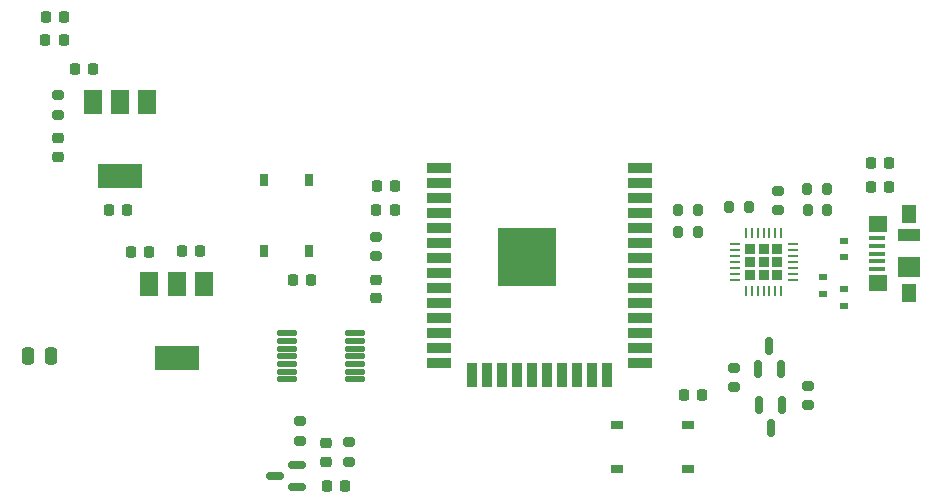
<source format=gbr>
%TF.GenerationSoftware,KiCad,Pcbnew,(6.0.0)*%
%TF.CreationDate,2022-03-31T09:21:52+03:00*%
%TF.ProjectId,FirePrevention,46697265-5072-4657-9665-6e74696f6e2e,rev?*%
%TF.SameCoordinates,Original*%
%TF.FileFunction,Paste,Top*%
%TF.FilePolarity,Positive*%
%FSLAX46Y46*%
G04 Gerber Fmt 4.6, Leading zero omitted, Abs format (unit mm)*
G04 Created by KiCad (PCBNEW (6.0.0)) date 2022-03-31 09:21:52*
%MOMM*%
%LPD*%
G01*
G04 APERTURE LIST*
G04 Aperture macros list*
%AMRoundRect*
0 Rectangle with rounded corners*
0 $1 Rounding radius*
0 $2 $3 $4 $5 $6 $7 $8 $9 X,Y pos of 4 corners*
0 Add a 4 corners polygon primitive as box body*
4,1,4,$2,$3,$4,$5,$6,$7,$8,$9,$2,$3,0*
0 Add four circle primitives for the rounded corners*
1,1,$1+$1,$2,$3*
1,1,$1+$1,$4,$5*
1,1,$1+$1,$6,$7*
1,1,$1+$1,$8,$9*
0 Add four rect primitives between the rounded corners*
20,1,$1+$1,$2,$3,$4,$5,0*
20,1,$1+$1,$4,$5,$6,$7,0*
20,1,$1+$1,$6,$7,$8,$9,0*
20,1,$1+$1,$8,$9,$2,$3,0*%
G04 Aperture macros list end*
%ADD10R,2.000000X0.900000*%
%ADD11R,0.900000X2.000000*%
%ADD12R,5.000000X5.000000*%
%ADD13RoundRect,0.225000X0.225000X0.250000X-0.225000X0.250000X-0.225000X-0.250000X0.225000X-0.250000X0*%
%ADD14RoundRect,0.218750X0.256250X-0.218750X0.256250X0.218750X-0.256250X0.218750X-0.256250X-0.218750X0*%
%ADD15RoundRect,0.200000X-0.200000X-0.275000X0.200000X-0.275000X0.200000X0.275000X-0.200000X0.275000X0*%
%ADD16RoundRect,0.225000X0.225000X0.225000X-0.225000X0.225000X-0.225000X-0.225000X0.225000X-0.225000X0*%
%ADD17RoundRect,0.062500X0.337500X0.062500X-0.337500X0.062500X-0.337500X-0.062500X0.337500X-0.062500X0*%
%ADD18RoundRect,0.062500X0.062500X0.337500X-0.062500X0.337500X-0.062500X-0.337500X0.062500X-0.337500X0*%
%ADD19RoundRect,0.225000X-0.225000X-0.250000X0.225000X-0.250000X0.225000X0.250000X-0.225000X0.250000X0*%
%ADD20R,0.750000X1.000000*%
%ADD21RoundRect,0.200000X0.200000X0.275000X-0.200000X0.275000X-0.200000X-0.275000X0.200000X-0.275000X0*%
%ADD22R,1.380000X0.450000*%
%ADD23R,1.300000X1.650000*%
%ADD24R,1.550000X1.425000*%
%ADD25R,1.900000X1.000000*%
%ADD26R,1.900000X1.800000*%
%ADD27R,0.700000X0.600000*%
%ADD28RoundRect,0.150000X0.587500X0.150000X-0.587500X0.150000X-0.587500X-0.150000X0.587500X-0.150000X0*%
%ADD29RoundRect,0.200000X0.275000X-0.200000X0.275000X0.200000X-0.275000X0.200000X-0.275000X-0.200000X0*%
%ADD30RoundRect,0.200000X-0.275000X0.200000X-0.275000X-0.200000X0.275000X-0.200000X0.275000X0.200000X0*%
%ADD31RoundRect,0.150000X0.150000X-0.587500X0.150000X0.587500X-0.150000X0.587500X-0.150000X-0.587500X0*%
%ADD32R,1.500000X2.000000*%
%ADD33R,3.800000X2.000000*%
%ADD34RoundRect,0.150000X-0.150000X0.587500X-0.150000X-0.587500X0.150000X-0.587500X0.150000X0.587500X0*%
%ADD35RoundRect,0.225000X-0.250000X0.225000X-0.250000X-0.225000X0.250000X-0.225000X0.250000X0.225000X0*%
%ADD36R,1.000000X0.750000*%
%ADD37RoundRect,0.218750X0.218750X0.256250X-0.218750X0.256250X-0.218750X-0.256250X0.218750X-0.256250X0*%
%ADD38RoundRect,0.020500X0.764500X0.184500X-0.764500X0.184500X-0.764500X-0.184500X0.764500X-0.184500X0*%
%ADD39RoundRect,0.250000X0.250000X0.475000X-0.250000X0.475000X-0.250000X-0.475000X0.250000X-0.475000X0*%
G04 APERTURE END LIST*
D10*
%TO.C,U4*%
X156500000Y-81295000D03*
X156500000Y-82565000D03*
X156500000Y-83835000D03*
X156500000Y-85105000D03*
X156500000Y-86375000D03*
X156500000Y-87645000D03*
X156500000Y-88915000D03*
X156500000Y-90185000D03*
X156500000Y-91455000D03*
X156500000Y-92725000D03*
X156500000Y-93995000D03*
X156500000Y-95265000D03*
X156500000Y-96535000D03*
X156500000Y-97805000D03*
D11*
X159285000Y-98805000D03*
X160555000Y-98805000D03*
X161825000Y-98805000D03*
X163095000Y-98805000D03*
X164365000Y-98805000D03*
X165635000Y-98805000D03*
X166905000Y-98805000D03*
X168175000Y-98805000D03*
X169445000Y-98805000D03*
X170715000Y-98805000D03*
D10*
X173500000Y-97805000D03*
X173500000Y-96535000D03*
X173500000Y-95265000D03*
X173500000Y-93995000D03*
X173500000Y-92725000D03*
X173500000Y-91455000D03*
X173500000Y-90185000D03*
X173500000Y-88915000D03*
X173500000Y-87645000D03*
X173500000Y-86375000D03*
X173500000Y-85105000D03*
X173500000Y-83835000D03*
X173500000Y-82565000D03*
X173500000Y-81295000D03*
D12*
X164000000Y-88795000D03*
%TD*%
D13*
%TO.C,C6*%
X194625000Y-80860000D03*
X193075000Y-80860000D03*
%TD*%
D14*
%TO.C,D1*%
X124250000Y-80297500D03*
X124250000Y-78722500D03*
%TD*%
D15*
%TO.C,R4*%
X176775000Y-84800000D03*
X178425000Y-84800000D03*
%TD*%
D16*
%TO.C,U3*%
X184000000Y-89200000D03*
X185120000Y-88080000D03*
X184000000Y-90320000D03*
X182880000Y-89200000D03*
X185120000Y-89200000D03*
X182880000Y-90320000D03*
X184000000Y-88080000D03*
X182880000Y-88080000D03*
X185120000Y-90320000D03*
D17*
X186450000Y-90700000D03*
X186450000Y-90200000D03*
X186450000Y-89700000D03*
X186450000Y-89200000D03*
X186450000Y-88700000D03*
X186450000Y-88200000D03*
X186450000Y-87700000D03*
D18*
X185500000Y-86750000D03*
X185000000Y-86750000D03*
X184500000Y-86750000D03*
X184000000Y-86750000D03*
X183500000Y-86750000D03*
X183000000Y-86750000D03*
X182500000Y-86750000D03*
D17*
X181550000Y-87700000D03*
X181550000Y-88200000D03*
X181550000Y-88700000D03*
X181550000Y-89200000D03*
X181550000Y-89700000D03*
X181550000Y-90200000D03*
X181550000Y-90700000D03*
D18*
X182500000Y-91650000D03*
X183000000Y-91650000D03*
X183500000Y-91650000D03*
X184000000Y-91650000D03*
X184500000Y-91650000D03*
X185000000Y-91650000D03*
X185500000Y-91650000D03*
%TD*%
D19*
%TO.C,C5*%
X123225000Y-68500000D03*
X124775000Y-68500000D03*
%TD*%
D20*
%TO.C,S1*%
X141725000Y-88262500D03*
X141725000Y-82262500D03*
X145475000Y-88262500D03*
X145475000Y-82262500D03*
%TD*%
D13*
%TO.C,C1*%
X127225000Y-72910000D03*
X125675000Y-72910000D03*
%TD*%
D21*
%TO.C,R9*%
X182725000Y-84600000D03*
X181075000Y-84600000D03*
%TD*%
D14*
%TO.C,D5*%
X146990000Y-106125000D03*
X146990000Y-104550000D03*
%TD*%
D22*
%TO.C,J2*%
X193640000Y-89800000D03*
X193640000Y-89150000D03*
X193640000Y-88500000D03*
X193640000Y-87850000D03*
X193640000Y-87200000D03*
D23*
X196300000Y-91875000D03*
D24*
X193725000Y-86012500D03*
D23*
X196300000Y-85125000D03*
D24*
X193725000Y-90987500D03*
D25*
X196300000Y-86950000D03*
D26*
X196300000Y-89650000D03*
%TD*%
D13*
%TO.C,C3*%
X130125000Y-84810000D03*
X128575000Y-84810000D03*
%TD*%
D27*
%TO.C,D2*%
X190800000Y-91500000D03*
X190800000Y-92900000D03*
%TD*%
D13*
%TO.C,C14*%
X152800000Y-82815000D03*
X151250000Y-82815000D03*
%TD*%
%TO.C,C4*%
X131975000Y-88350000D03*
X130425000Y-88350000D03*
%TD*%
D28*
%TO.C,Q3*%
X144527500Y-108262500D03*
X144527500Y-106362500D03*
X142652500Y-107312500D03*
%TD*%
D29*
%TO.C,R8*%
X185200000Y-84825000D03*
X185200000Y-83175000D03*
%TD*%
D30*
%TO.C,R10*%
X151200000Y-87075000D03*
X151200000Y-88725000D03*
%TD*%
D13*
%TO.C,C13*%
X152775000Y-84800000D03*
X151225000Y-84800000D03*
%TD*%
D27*
%TO.C,D3*%
X190800000Y-88800000D03*
X190800000Y-87400000D03*
%TD*%
D31*
%TO.C,Q2*%
X183550000Y-98237500D03*
X185450000Y-98237500D03*
X184500000Y-96362500D03*
%TD*%
D13*
%TO.C,C7*%
X194650000Y-82860000D03*
X193100000Y-82860000D03*
%TD*%
D32*
%TO.C,U2*%
X136600000Y-91050000D03*
D33*
X134300000Y-97350000D03*
D32*
X134300000Y-91050000D03*
X132000000Y-91050000D03*
%TD*%
D29*
%TO.C,R2*%
X187800000Y-101325000D03*
X187800000Y-99675000D03*
%TD*%
D34*
%TO.C,Q1*%
X185550000Y-101362500D03*
X183650000Y-101362500D03*
X184600000Y-103237500D03*
%TD*%
D30*
%TO.C,R3*%
X181500000Y-98175000D03*
X181500000Y-99825000D03*
%TD*%
D19*
%TO.C,C9*%
X134725000Y-88300000D03*
X136275000Y-88300000D03*
%TD*%
D35*
%TO.C,C11*%
X151200000Y-90725000D03*
X151200000Y-92275000D03*
%TD*%
D19*
%TO.C,C8*%
X123200000Y-70400000D03*
X124750000Y-70400000D03*
%TD*%
D29*
%TO.C,R12*%
X144790000Y-104337500D03*
X144790000Y-102687500D03*
%TD*%
%TO.C,R11*%
X148890000Y-106137500D03*
X148890000Y-104487500D03*
%TD*%
D36*
%TO.C,S2*%
X177600000Y-106775000D03*
X171600000Y-106775000D03*
X177600000Y-103025000D03*
X171600000Y-103025000D03*
%TD*%
D37*
%TO.C,D6*%
X148577500Y-108212500D03*
X147002500Y-108212500D03*
%TD*%
D38*
%TO.C,U5*%
X149370000Y-99150000D03*
X149370000Y-98500000D03*
X149370000Y-97850000D03*
X149370000Y-97200000D03*
X149370000Y-96550000D03*
X149370000Y-95900000D03*
X149370000Y-95250000D03*
X143630000Y-95250000D03*
X143630000Y-95900000D03*
X143630000Y-96550000D03*
X143630000Y-97200000D03*
X143630000Y-97850000D03*
X143630000Y-98500000D03*
X143630000Y-99150000D03*
%TD*%
D32*
%TO.C,U1*%
X131800000Y-75650000D03*
X129500000Y-75650000D03*
D33*
X129500000Y-81950000D03*
D32*
X127200000Y-75650000D03*
%TD*%
D27*
%TO.C,D4*%
X189000000Y-90500000D03*
X189000000Y-91900000D03*
%TD*%
D21*
%TO.C,R6*%
X189350000Y-83000000D03*
X187700000Y-83000000D03*
%TD*%
D19*
%TO.C,C12*%
X144125000Y-90700000D03*
X145675000Y-90700000D03*
%TD*%
D21*
%TO.C,R7*%
X189375000Y-84800000D03*
X187725000Y-84800000D03*
%TD*%
D39*
%TO.C,C2*%
X123650000Y-97200000D03*
X121750000Y-97200000D03*
%TD*%
D13*
%TO.C,C10*%
X178775000Y-100500000D03*
X177225000Y-100500000D03*
%TD*%
D30*
%TO.C,R1*%
X124250000Y-75085000D03*
X124250000Y-76735000D03*
%TD*%
D15*
%TO.C,R5*%
X176775000Y-86700000D03*
X178425000Y-86700000D03*
%TD*%
M02*

</source>
